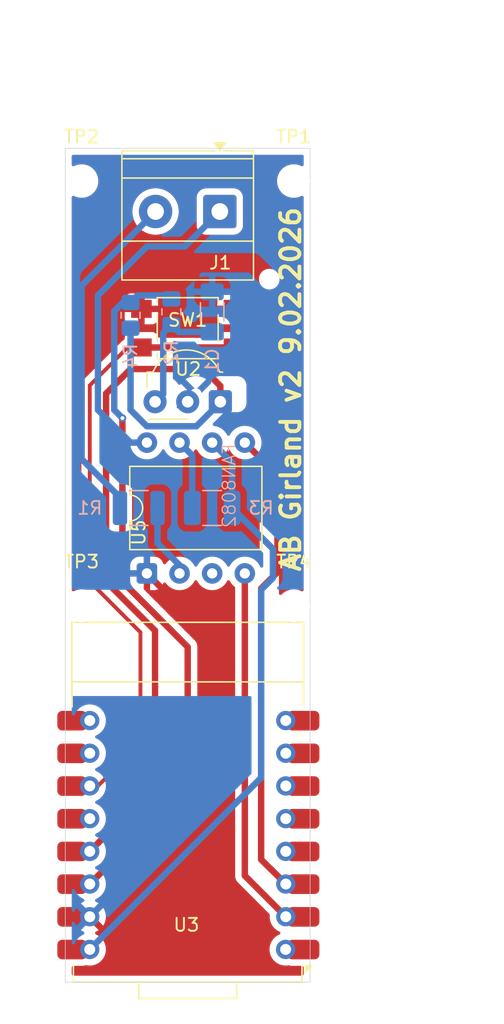
<source format=kicad_pcb>
(kicad_pcb (version 20241229) (generator "pcbnew") (generator_version "9.0")
  (layers (0 "F.Cu" signal) (2 "B.Cu" signal) (13 "F.Paste" user) (15 "B.Paste" user) (5 "F.SilkS" user "F.Silkscreen") (7 "B.SilkS" user "B.Silkscreen") (1 "F.Mask" user) (3 "B.Mask" user) (25 "Edge.Cuts" user))
  (net 0 "")
  (net 1 "+5V")
  (net 2 "GND")
  (net 3 "Net-(U5-Vo1)")
  (net 4 "Net-(J1-Pin_1)")
  (net 5 "Net-(U3-VCC_3V)")
  (net 8 "Net-(U2-Vs)")
  (net 14 "Net-(U3-GPIO6)")
  (net 15 "Net-(U3-GPIO7)")
  (net 17 "Net-(J1-Pin_2)")
  (net 19 "Net-(U3-GPIO2{slash}A2)")
  (net 21 "Net-(U2-OUT)")
  (net 22 "Net-(U5-PVcc)")
  (footprint "MountingHole:MountingHole_2.5mm" (layer "F.Cu") (at 100.711 78.8924)
    (property "Reference" "TP3" (at 0 -3.45 0) (layer "F.SilkS"))
    (property "Value" "~")
    (pad "" np_thru_hole circle (at 0 0) (size 2.5 2.5) (drill 2.5) (layers "*.Cu" "*.Mask"))
  )
  (footprint "MountingHole:MountingHole_2.5mm" (layer "F.Cu") (at 117.221 45.8724)
    (property "Reference" "TP1" (at 0 -3.45 0) (layer "F.SilkS"))
    (property "Value" "~")
    (pad "" np_thru_hole circle (at 0 0) (size 2.5 2.5) (drill 2.5) (layers "*.Cu" "*.Mask"))
  )
  (footprint "Package_DIP:DIP-8_W10.16mm" (layer "F.Cu") (at 105.791 76.3524 90)
    (property "Reference" "U5" (at 3.175 -0.635 90) (layer "F.SilkS"))
    (property "Value" "FAN8082")
    (fp_line (start 8.315 -1.33) (end 6.08 -1.33) (stroke (width 0.12)) (layer "F.SilkS"))
    (fp_line (start 4.08 -1.33) (end 1.845 -1.33) (stroke (width 0.12)) (layer "F.SilkS"))
    (fp_line (start 1.845 -1.33) (end 1.845 8.95) (stroke (width 0.12)) (layer "F.SilkS"))
    (fp_line (start 8.315 8.95) (end 8.315 -1.33) (stroke (width 0.12)) (layer "F.SilkS"))
    (fp_line (start 1.845 8.95) (end 8.315 8.95) (stroke (width 0.12)) (layer "F.SilkS"))
    (fp_arc (start 6.08 -1.33) (mid 5.08 -0.33) (end 4.08 -1.33) (stroke (width 0.12)) (layer "F.SilkS"))
    (pad "1" thru_hole roundrect (at 0 0 90) (size 1.6 1.6) (drill 0.8) (layers "*.Cu" "*.Mask") (roundrect_rratio 0.15625) (net 2 "GND"))
    (pad "2" thru_hole circle (at 0 2.54 90) (size 1.6 1.6) (drill 0.8) (layers "*.Cu" "*.Mask") (net 3 "Net-(U5-Vo1)"))
    (pad "3" thru_hole circle (at 0 5.079999 90) (size 1.6 1.6) (drill 0.8) (layers "*.Cu" "*.Mask"))
    (pad "4" thru_hole circle (at 0 7.62 90) (size 1.6 1.6) (drill 0.8) (layers "*.Cu" "*.Mask") (net 14 "Net-(U3-GPIO6)"))
    (pad "5" thru_hole circle (at 10.16 7.62 90) (size 1.6 1.6) (drill 0.8) (layers "*.Cu" "*.Mask") (net 15 "Net-(U3-GPIO7)"))
    (pad "6" thru_hole circle (at 10.159999 5.08 90) (size 1.6 1.6) (drill 0.8) (layers "*.Cu" "*.Mask") (net 1 "+5V"))
    (pad "7" thru_hole circle (at 10.16 2.54 90) (size 1.6 1.6) (drill 0.8) (layers "*.Cu" "*.Mask") (net 22 "Net-(U5-PVcc)"))
    (pad "8" thru_hole circle (at 10.16 0 90) (size 1.6 1.6) (drill 0.8) (layers "*.Cu" "*.Mask") (net 4 "Net-(J1-Pin_1)"))
  )
  (footprint "Button_Switch_SMD:SW_SPST_TL3305A" (layer "F.Cu") (at 108.966 57.3024 180)
    (property "Reference" "SW1" (at 0 0.635 0) (layer "F.SilkS"))
    (property "Value" "SW_Push" (hide yes))
    (fp_line (start 2.37 2.37) (end 2.37 1.969999) (stroke (width 0.12)) (layer "F.SilkS"))
    (fp_line (start 2.37 1.03) (end 2.37 -1.03) (stroke (width 0.12)) (layer "F.SilkS"))
    (fp_line (start 2.37 -2.37) (end 2.37 -1.969999) (stroke (width 0.12)) (layer "F.SilkS"))
    (fp_line (start -2.37 2.37) (end 2.37 2.37) (stroke (width 0.12)) (layer "F.SilkS"))
    (fp_line (start -2.37 2.37) (end -2.37 1.969999) (stroke (width 0.12)) (layer "F.SilkS"))
    (fp_line (start -2.37 1.03) (end -2.37 -1.03) (stroke (width 0.12)) (layer "F.SilkS"))
    (fp_line (start -2.37 -2.37) (end 2.37 -2.37) (stroke (width 0.12)) (layer "F.SilkS"))
    (fp_line (start -2.37 -2.37) (end -2.37 -1.969999) (stroke (width 0.12)) (layer "F.SilkS"))
    (pad "1" smd rect (at -3.6 -1.5 180) (size 1.6 1.4) (layers "F.Cu" "F.Mask" "F.Paste") (net 19 "Net-(U3-GPIO2{slash}A2)"))
    (pad "1" smd rect (at 3.6 -1.5 180) (size 1.6 1.4) (layers "F.Cu" "F.Mask" "F.Paste") (net 19 "Net-(U3-GPIO2{slash}A2)"))
    (pad "2" smd rect (at -3.6 1.5) (size 1.6 1.4) (layers "F.Cu" "F.Mask" "F.Paste") (net 2 "GND"))
    (pad "2" smd rect (at 3.6 1.5 180) (size 1.6 1.4) (layers "F.Cu" "F.Mask" "F.Paste") (net 2 "GND"))
  )
  (footprint "TerminalBlock_Phoenix:TerminalBlock_Phoenix_MKDS-1,5-2_1x02_P5.00mm_Horizontal" (layer "F.Cu") (at 111.466 48.2399 180)
    (property "Reference" "J1" (at -0.04 -3.9825 0) (layer "F.SilkS"))
    (property "Value" "Screw_Terminal_01x02" (hide yes))
    (fp_line (start 7.62 4.72) (end 0.3 4.72) (stroke (width 0.12)) (layer "F.SilkS"))
    (fp_line (start 7.62 -5.32) (end 7.62 4.72) (stroke (width 0.12)) (layer "F.SilkS"))
    (fp_line (start -0.3 4.72) (end -2.62 4.72) (stroke (width 0.12)) (layer "F.SilkS"))
    (fp_line (start -2.62 4.72) (end -2.62 -5.32) (stroke (width 0.12)) (layer "F.SilkS"))
    (fp_line (start -2.62 4.1) (end 7.62 4.1) (stroke (width 0.12)) (layer "F.SilkS"))
    (fp_line (start -2.62 2.6) (end 7.62 2.6) (stroke (width 0.12)) (layer "F.SilkS"))
    (fp_line (start -2.62 -2.3) (end 7.62 -2.3) (stroke (width 0.12)) (layer "F.SilkS"))
    (fp_line (start -2.62 -5.32) (end 7.62 -5.32) (stroke (width 0.12)) (layer "F.SilkS"))
    (fp_poly (pts (xy 0 4.72) (xy 0.44 5.33) (xy -0.44 5.33)) (stroke (width 0.12)) (fill yes) (layer "F.SilkS"))
    (pad "1" thru_hole roundrect (at 0 0 180) (size 2.6 2.6) (drill 1.3) (layers "*.Cu" "*.Mask") (roundrect_rratio 0.096154) (net 4 "Net-(J1-Pin_1)"))
    (pad "2" thru_hole circle (at 5 0 180) (size 2.6 2.6) (drill 1.3) (layers "*.Cu" "*.Mask") (net 17 "Net-(J1-Pin_2)"))
  )
  (footprint "WIFI_Module:ESP32-C3_Pro_mini_pin" (layer "F.Cu") (at 108.966 96.6724 180)
    (property "Reference" "U3" (at 0.1 -6.985 0) (layer "F.SilkS"))
    (property "Value" "ESP32-C3 Pro Mini")
    (fp_line (start 9.017 16.52) (end -9.017 16.52) (stroke (width 0.12)) (layer "F.SilkS"))
    (fp_line (start 9.017 16.494) (end 9.017 10.684) (stroke (width 0.12)) (layer "F.SilkS"))
    (fp_line (start 9 11.9) (end 9 9.95) (stroke (width 0.12)) (layer "F.SilkS"))
    (fp_line (start 8.89 -11.43) (end 8.89 -10.16) (stroke (width 0.12)) (layer "F.SilkS"))
    (fp_line (start 3.81 -12.7) (end 3.81 -11.43) (stroke (width 0.12)) (layer "F.SilkS"))
    (fp_line (start -3.81 -11.43) (end -3.81 -12.7) (stroke (width 0.12)) (layer "F.SilkS"))
    (fp_line (start -3.81 -12.7) (end 3.81 -12.7) (stroke (width 0.12)) (layer "F.SilkS"))
    (fp_line (start -8.89 -11.43) (end 8.89 -11.43) (stroke (width 0.12)) (layer "F.SilkS"))
    (fp_line (start -8.89 -11.43) (end -8.89 -10.16) (stroke (width 0.12)) (layer "F.SilkS"))
    (fp_line (start -9 11.89) (end 9 11.9) (stroke (width 0.12)) (layer "F.SilkS"))
    (fp_line (start -9 10.1) (end -9 11.89) (stroke (width 0.12)) (layer "F.SilkS"))
    (fp_line (start -9.017 16.52) (end -9.017 10.02) (stroke (width 0.12)) (layer "F.SilkS"))
    (fp_poly (pts (xy -9.152 -10.16) (xy -9.652 -10.16) (xy -9.152 -10.66) (xy -9.152 -10.16)) (stroke (width 0.12)) (fill yes) (layer "F.SilkS"))
    (pad "0" thru_hole circle (at 7.62 8.89 180) (size 1.5 1.5) (drill 0.85) (layers "*.Cu" "*.Mask" "Eco1.User" "Eco2.User"))
    (pad "0" smd roundrect (at 9 8.88 180) (size 2.286 1.524) (layers "F.Cu" "F.Mask" "F.Paste"))
    (pad "1" thru_hole circle (at 7.62 6.35 180) (size 1.5 1.5) (drill 0.85) (layers "*.Cu" "*.Mask" "Eco1.User" "Eco2.User"))
    (pad "1" smd roundrect (at 9 6.34 180) (size 2.286 1.524) (layers "F.Cu" "F.Mask" "F.Paste"))
    (pad "2" thru_hole circle (at 7.62 3.81 180) (size 1.5 1.5) (drill 0.85) (layers "*.Cu" "*.Mask" "Eco1.User" "Eco2.User") (net 19 "Net-(U3-GPIO2{slash}A2)"))
    (pad "2" smd roundrect (at 9 3.8 180) (size 2.286 1.524) (layers "F.Cu" "F.Mask" "F.Paste") (net 19 "Net-(U3-GPIO2{slash}A2)"))
    (pad "3" thru_hole circle (at 7.62 1.27 180) (size 1.5 1.5) (drill 0.85) (layers "*.Cu" "*.Mask" "Eco1.User" "Eco2.User"))
    (pad "3" smd roundrect (at 9 1.26 180) (size 2.286 1.524) (layers "F.Cu" "F.Mask" "F.Paste"))
    (pad "4" thru_hole circle (at 7.62 -1.27 180) (size 1.5 1.5) (drill 0.85) (layers "*.Cu" "*.Mask" "Eco1.User" "Eco2.User") (net 21 "Net-(U2-OUT)"))
    (pad "4" smd roundrect (at 9 -1.28 180) (size 2.286 1.524) (layers "F.Cu" "F.Mask" "F.Paste") (net 21 "Net-(U2-OUT)"))
    (pad "5" smd roundrect (at -9 -8.9 180) (size 2.5 1.524) (layers "F.Cu" "F.Mask" "F.Paste"))
    (pad "5" thru_hole circle (at -7.62 -8.89 180) (size 1.5 1.5) (drill 0.85) (layers "*.Cu" "*.Mask" "Eco1.User" "Eco2.User"))
    (pad "6" smd roundrect (at -9 -6.36 180) (size 2.5 1.524) (layers "F.Cu" "F.Mask" "F.Paste") (net 14 "Net-(U3-GPIO6)"))
    (pad "6" thru_hole circle (at -7.634 -6.35 180) (size 1.5 1.5) (drill 0.85) (layers "*.Cu" "*.Mask" "Eco1.User" "Eco2.User") (net 14 "Net-(U3-GPIO6)"))
    (pad "7" smd roundrect (at -9 -3.82 180) (size 2.5 1.524) (layers "F.Cu" "F.Mask" "F.Paste") (net 15 "Net-(U3-GPIO7)"))
    (pad "7" thru_hole circle (at -7.634 -3.81 180) (size 1.5 1.5) (drill 0.85) (layers "*.Cu" "*.Mask" "Eco1.User" "Eco2.User") (net 15 "Net-(U3-GPIO7)"))
    (pad "8" smd roundrect (at -9 -1.28 180) (size 2.5 1.524) (layers "F.Cu" "F.Mask" "F.Paste"))
    (pad "8" thru_hole circle (at -7.634 -1.27 180) (size 1.5 1.5) (drill 0.85) (layers "*.Cu" "*.Mask" "Eco1.User" "Eco2.User"))
    (pad "9" smd roundrect (at -9 1.26 180) (size 2.5 1.524) (layers "F.Cu" "F.Mask" "F.Paste"))
    (pad "9" thru_hole circle (at -7.634 1.27 180) (size 1.5 1.5) (drill 0.85) (layers "*.Cu" "*.Mask" "Eco1.User" "Eco2.User"))
    (pad "10" smd roundrect (at -9 3.8 180) (size 2.5 1.524) (layers "F.Cu" "F.Mask" "F.Paste"))
    (pad "10" thru_hole circle (at -7.634 3.81 180) (size 1.5 1.5) (drill 0.85) (layers "*.Cu" "*.Mask" "Eco1.User" "Eco2.User"))
    (pad "20" smd roundrect (at -9 6.34 180) (size 2.5 1.524) (layers "F.Cu" "F.Mask" "F.Paste"))
    (pad "20" thru_hole circle (at -7.634 6.35 180) (size 1.5 1.5) (drill 0.85) (layers "*.Cu" "*.Mask" "Eco1.User" "Eco2.User"))
    (pad "21" smd roundrect (at -9 8.88 180) (size 2.5 1.524) (layers "F.Cu" "F.Mask" "F.Paste"))
    (pad "21" thru_hole circle (at -7.634 8.89 180) (size 1.5 1.5) (drill 0.85) (layers "*.Cu" "*.Mask" "Eco1.User" "Eco2.User"))
    (pad "P3" thru_hole circle (at 7.62 -3.81 180) (size 1.5 1.5) (drill 0.85) (layers "*.Cu" "*.Mask" "Eco1.User" "Eco2.User") (net 5 "Net-(U3-VCC_3V)"))
    (pad "P3" smd roundrect (at 9 -3.82 180) (size 2.286 1.524) (layers "F.Cu" "F.Mask" "F.Paste") (net 5 "Net-(U3-VCC_3V)"))
    (pad "P5" thru_hole circle (at 7.62 -8.89 180) (size 1.5 1.5) (drill 0.85) (layers "*.Cu" "*.Mask" "Eco1.User" "Eco2.User") (net 1 "+5V"))
    (pad "P5" smd roundrect (at 9 -8.9 180) (size 2.286 1.524) (layers "F.Cu" "F.Mask" "F.Paste") (net 1 "+5V"))
    (pad "PG" thru_hole circle (at 7.62 -6.35 180) (size 1.5 1.5) (drill 0.85) (layers "*.Cu" "*.Mask" "Eco1.User" "Eco2.User") (net 2 "GND"))
    (pad "PG" smd roundrect (at 9 -6.36 180) (size 2.286 1.524) (layers "F.Cu" "F.Mask" "F.Paste") (net 2 "GND"))
  )
  (footprint "MountingHole:MountingHole_2.5mm" (layer "F.Cu") (at 100.711 45.8724)
    (property "Reference" "TP2" (at 0 -3.45 0) (layer "F.SilkS"))
    (property "Value" "~")
    (pad "" np_thru_hole circle (at 0 0) (size 2.5 2.5) (drill 2.5) (layers "*.Cu" "*.Mask"))
  )
  (footprint "MountingHole:MountingHole_2.5mm" (layer "F.Cu") (at 117.221 78.8924)
    (property "Reference" "TP4" (at 0 -3.45 0) (layer "F.SilkS"))
    (property "Value" "~")
    (pad "" np_thru_hole circle (at 0 0) (size 2.5 2.5) (drill 2.5) (layers "*.Cu" "*.Mask"))
  )
  (footprint "OptoDevice:Vishay_MOLD-3Pin" (layer "F.Cu") (at 111.506 63.0174 180)
    (property "Reference" "U2" (at 2.5 2.54 0) (layer "F.SilkS"))
    (property "Value" "VS1838B")
    (fp_line (start 5.7 2.3) (end 5.7 1.1) (stroke (width 0.12)) (layer "F.SilkS"))
    (fp_line (start 5.7 2.3) (end 5.24 2.3) (stroke (width 0.12)) (layer "F.SilkS"))
    (fp_line (start 5.62 -1.36) (end 2.54 -1.36) (stroke (width 0.12)) (layer "F.SilkS"))
    (fp_line (start 0.04 2.3) (end -0.18 2.3) (stroke (width 0.12)) (layer "F.SilkS"))
    (fp_arc (start 5.24 2.3) (mid 2.64 4.023119) (end 0.04 2.3) (stroke (width 0.12)) (layer "F.SilkS"))
    (pad "1" thru_hole roundrect (at 0 0 180) (size 1.8 1.8) (drill 0.9) (layers "*.Cu" "*.Mask") (roundrect_rratio 0.138) (net 21 "Net-(U2-OUT)"))
    (pad "2" thru_hole circle (at 2.54 0 180) (size 1.8 1.8) (drill 0.9) (layers "*.Cu" "*.Mask") (net 2 "GND"))
    (pad "3" thru_hole circle (at 5.079999 0 180) (size 1.8 1.8) (drill 0.9) (layers "*.Cu" "*.Mask") (net 8 "Net-(U2-Vs)"))
  )
  (footprint "Resistor_SMD:R_0805_2012Metric_Pad1.20x1.40mm_HandSolder" (layer "B.Cu") (at 107.696 56.0324 -90)
    (property "Reference" "R2" (at 3.175 0 90) (layer "B.SilkS") (effects (justify mirror)))
    (property "Value" "100")
    (fp_line (start -0.227064 0.735) (end 0.227064 0.735) (stroke (width 0.12)) (layer "B.SilkS"))
    (fp_line (start -0.227064 -0.735) (end 0.227064 -0.735) (stroke (width 0.12)) (layer "B.SilkS"))
    (pad "1" smd roundrect (at -1 0 270) (size 1.2 1.4) (layers "B.Cu" "B.Mask" "B.Paste") (roundrect_rratio 0.208333) (net 5 "Net-(U3-VCC_3V)"))
    (pad "2" smd roundrect (at 1 0 270) (size 1.2 1.4) (layers "B.Cu" "B.Mask" "B.Paste") (roundrect_rratio 0.208333) (net 8 "Net-(U2-Vs)"))
  )
  (footprint "Resistor_SMD:R_1210_3225Metric" (layer "B.Cu") (at 105.156 71.2724)
    (property "Reference" "R1" (at -3.81 0 0) (layer "B.SilkS") (effects (justify mirror)))
    (property "Value" "2R")
    (fp_line (start -0.723737 -1.355) (end 0.723737 -1.355) (stroke (width 0.12)) (layer "B.SilkS"))
    (fp_line (start -0.723737 1.355) (end 0.723737 1.355) (stroke (width 0.12)) (layer "B.SilkS"))
    (pad "1" smd roundrect (at -1.4625 0) (size 1.125 2.65) (layers "B.Cu" "B.Mask" "B.Paste") (roundrect_rratio 0.222222) (net 17 "Net-(J1-Pin_2)"))
    (pad "2" smd roundrect (at 1.4625 0) (size 1.125 2.65) (layers "B.Cu" "B.Mask" "B.Paste") (roundrect_rratio 0.222222) (net 3 "Net-(U5-Vo1)"))
  )
  (footprint "Resistor_SMD:R_1210_3225Metric_Pad1.30x2.65mm_HandSolder" (layer "B.Cu") (at 110.871 71.2724)
    (property "Reference" "R3" (at 3.81 0 0) (layer "B.SilkS") (effects (justify mirror)))
    (property "Value" "100")
    (fp_line (start -0.723737 -1.355) (end 0.723737 -1.355) (stroke (width 0.12)) (layer "B.SilkS"))
    (fp_line (start -0.723737 1.355) (end 0.723737 1.355) (stroke (width 0.12)) (layer "B.SilkS"))
    (pad "1" smd roundrect (at -1.550001 0) (size 1.3 2.65) (layers "B.Cu" "B.Mask" "B.Paste") (roundrect_rratio 0.192308) (net 22 "Net-(U5-PVcc)"))
    (pad "2" smd roundrect (at 1.550001 0) (size 1.3 2.65) (layers "B.Cu" "B.Mask" "B.Paste") (roundrect_rratio 0.192308) (net 1 "+5V"))
  )
  (footprint "Capacitor_SMD:C_1206_3216Metric_Pad1.33x1.80mm_HandSolder" (layer "B.Cu") (at 110.871 56.0324 90)
    (property "Reference" "C1" (at -3.81 0 90) (layer "B.SilkS") (effects (justify mirror)))
    (property "Value" "100uF")
    (fp_line (start -0.711252 -0.91) (end 0.711252 -0.91) (stroke (width 0.12)) (layer "B.SilkS"))
    (fp_line (start -0.711252 0.91) (end 0.711252 0.91) (stroke (width 0.12)) (layer "B.SilkS"))
    (pad "1" smd roundrect (at -1.5625 0 90) (size 1.325 1.8) (layers "B.Cu" "B.Mask" "B.Paste") (roundrect_rratio 0.188679) (net 8 "Net-(U2-Vs)"))
    (pad "2" smd roundrect (at 1.5625 0 90) (size 1.325 1.8) (layers "B.Cu" "B.Mask" "B.Paste") (roundrect_rratio 0.188679) (net 2 "GND"))
  )
  (footprint "Resistor_SMD:R_0805_2012Metric_Pad1.20x1.40mm_HandSolder" (layer "B.Cu") (at 104.521 56.3024 90)
    (property "Reference" "R4" (at -3.175 0 90) (layer "B.SilkS") (effects (justify mirror)))
    (property "Value" "20K")
    (fp_line (start -0.227064 -0.735) (end 0.227064 -0.735) (stroke (width 0.12)) (layer "B.SilkS"))
    (fp_line (start -0.227064 0.735) (end 0.227064 0.735) (stroke (width 0.12)) (layer "B.SilkS"))
    (pad "1" smd roundrect (at -1 0 90) (size 1.2 1.4) (layers "B.Cu" "B.Mask" "B.Paste") (roundrect_rratio 0.208333) (net 21 "Net-(U2-OUT)"))
    (pad "2" smd roundrect (at 1 0 90) (size 1.2 1.4) (layers "B.Cu" "B.Mask" "B.Paste") (roundrect_rratio 0.208333) (net 5 "Net-(U3-VCC_3V)"))
  )
  (gr_rect (start 99.441 43.3324) (end 118.491 108.1024) (stroke (width 0.05)) (fill no) (layer "Edge.Cuts"))
  (gr_text "AB Girland v2 9.02.2026" (at 117.856 76.3524 90) (layer "F.SilkS") (effects (font (size 1.5 1.5) (thickness 0.3) (bold yes)) (justify left bottom)))
  (gr_text "FAN8082" (at 112.776 66.1924 90) (layer "B.SilkS") (effects (font (size 1 1) (thickness 0.1)) (justify left bottom mirror)))
  (segment (start 115.596001 74.4474) (end 112.421001 71.2724) (width 0.5) (layer "B.Cu") (net 1))
  (segment (start 115.596001 76.707399) (end 115.596001 74.4474) (width 0.5) (layer "B.Cu") (net 1))
  (segment (start 112.421001 67.742401) (end 110.871001 66.192401) (width 0.5) (layer "B.Cu") (net 1))
  (segment (start 112.421001 71.2724) (end 112.421001 67.742401) (width 0.5) (layer "B.Cu") (net 1))
  (segment (start 114.681 77.6224) (end 115.596001 76.707399) (width 0.5) (layer "B.Cu") (net 1))
  (segment (start 101.346 105.5624) (end 114.681 92.2274) (width 0.5) (layer "B.Cu") (net 1))
  (segment (start 110.871001 66.192401) (end 110.871 66.192401) (width 0.5) (layer "B.Cu") (net 1))
  (segment (start 114.681 92.2274) (end 114.681 77.6224) (width 0.5) (layer "B.Cu") (net 1))
  (segment (start 110.236 94.1324) (end 110.236 80.7974) (width 0.5) (layer "F.Cu") (net 2))
  (segment (start 112.566 55.8024) (end 105.366 55.8024) (width 0.5) (layer "F.Cu") (net 2))
  (segment (start 110.236 80.7974) (end 105.791 76.3524) (width 0.5) (layer "F.Cu") (net 2))
  (segment (start 101.346 103.0224) (end 110.236 94.1324) (width 0.5) (layer "F.Cu") (net 2))
  (segment (start 101.346 103.0224) (end 99.966 103.0224) (width 0.5) (layer "F.Cu") (net 2))
  (segment (start 108.331 75.7174) (end 108.331 76.3524) (width 0.5) (layer "B.Cu") (net 3))
  (segment (start 106.6185 74.0049) (end 108.331 75.7174) (width 0.5) (layer "B.Cu") (net 3))
  (segment (start 106.6185 71.2724) (end 106.6185 74.0049) (width 0.5) (layer "B.Cu") (net 3))
  (segment (start 101.981 54.7624) (end 105.791 50.9524) (width 0.5) (layer "B.Cu") (net 4))
  (segment (start 105.791 50.9524) (end 108.7535 50.9524) (width 0.5) (layer "B.Cu") (net 4))
  (segment (start 104.521 66.1924) (end 101.981 63.6524) (width 0.5) (layer "B.Cu") (net 4))
  (segment (start 101.981 63.6524) (end 101.981 54.7624) (width 0.5) (layer "B.Cu") (net 4))
  (segment (start 105.791 66.1924) (end 104.521 66.1924) (width 0.5) (layer "B.Cu") (net 4))
  (segment (start 108.7535 50.9524) (end 111.466 48.2399) (width 0.5) (layer "B.Cu") (net 4))
  (segment (start 99.976 100.4824) (end 101.346 100.4824) (width 0.3) (layer "F.Cu") (net 5))
  (segment (start 108.966 92.8624) (end 108.966 82.0674) (width 0.5) (layer "F.Cu") (net 5))
  (segment (start 101.346 100.4824) (end 108.966 92.8624) (width 0.5) (layer "F.Cu") (net 5))
  (segment (start 103.886 76.9874) (end 103.886 64.2874) (width 0.5) (layer "F.Cu") (net 5))
  (segment (start 108.966 82.0674) (end 103.886 76.9874) (width 0.5) (layer "F.Cu") (net 5))
  (segment (start 99.966 100.4924) (end 99.976 100.4824) (width 0.3) (layer "F.Cu") (net 5))
  (via (at 103.886 64.2874) (size 0.6) (drill 0.3) (layers "F.Cu" "B.Cu") (net 5))
  (segment (start 103.251 55.9849) (end 103.9335 55.3024) (width 0.5) (layer "B.Cu") (net 5))
  (segment (start 103.251 63.6524) (end 103.251 55.9849) (width 0.5) (layer "B.Cu") (net 5))
  (segment (start 103.9335 55.3024) (end 104.521 55.3024) (width 0.5) (layer "B.Cu") (net 5))
  (segment (start 104.521 55.3024) (end 105.061 54.7624) (width 0.5) (layer "B.Cu") (net 5))
  (segment (start 103.886 64.2874) (end 103.251 63.6524) (width 0.5) (layer "B.Cu") (net 5))
  (segment (start 107.426 54.7624) (end 107.696 55.0324) (width 0.5) (layer "B.Cu") (net 5))
  (segment (start 105.061 54.7624) (end 107.426 54.7624) (width 0.5) (layer "B.Cu") (net 5))
  (segment (start 107.696 57.0324) (end 108.2585 57.5949) (width 0.5) (layer "B.Cu") (net 8))
  (segment (start 106.470999 63.0174) (end 106.426001 63.0174) (width 0.5) (layer "B.Cu") (net 8))
  (segment (start 108.2585 57.5949) (end 110.871 57.5949) (width 0.5) (layer "B.Cu") (net 8))
  (segment (start 107.061 57.6674) (end 107.061 62.427399) (width 0.5) (layer "B.Cu") (net 8))
  (segment (start 107.061 62.427399) (end 106.470999 63.0174) (width 0.5) (layer "B.Cu") (net 8))
  (segment (start 107.696 57.0324) (end 107.061 57.6674) (width 0.5) (layer "B.Cu") (net 8))
  (segment (start 113.411 99.8334) (end 113.411 76.3524) (width 0.5) (layer "F.Cu") (net 14))
  (segment (start 116.6 103.0224) (end 113.411 99.8334) (width 0.5) (layer "F.Cu") (net 14))
  (segment (start 115.951 68.7324) (end 113.411 66.1924) (width 0.5) (layer "F.Cu") (net 15))
  (segment (start 115.951 76.256047) (end 115.951 68.7324) (width 0.5) (layer "F.Cu") (net 15))
  (segment (start 115.399 99.2814) (end 115.385 99.2814) (width 0.5) (layer "F.Cu") (net 15))
  (segment (start 116.6 100.4824) (end 115.399 99.2814) (width 0.5) (layer "F.Cu") (net 15))
  (segment (start 114.681 98.5774) (end 114.681 77.526047) (width 0.5) (layer "F.Cu") (net 15))
  (segment (start 115.385 99.2814) (end 114.681 98.5774) (width 0.5) (layer "F.Cu") (net 15))
  (segment (start 114.681 77.526047) (end 115.951 76.256047) (width 0.5) (layer "F.Cu") (net 15))
  (segment (start 106.466 48.2399) (end 106.807 48.5809) (width 0.8) (layer "F.Cu") (net 17))
  (segment (start 100.711 67.4624) (end 100.711 53.9949) (width 0.5) (layer "B.Cu") (net 17))
  (segment (start 100.711 53.9949) (end 106.466 48.2399) (width 0.5) (layer "B.Cu") (net 17))
  (segment (start 103.6935 71.2724) (end 103.6935 70.4449) (width 0.5) (layer "B.Cu") (net 17))
  (segment (start 103.6935 70.4449) (end 100.711 67.4624) (width 0.5) (layer "B.Cu") (net 17))
  (segment (start 101.346 61.7474) (end 104.291 58.8024) (width 0.3) (layer "F.Cu") (net 19))
  (segment (start 101.981 92.8624) (end 105.29 89.5534) (width 0.3) (layer "F.Cu") (net 19))
  (segment (start 104.291 58.8024) (end 105.366 58.8024) (width 0.3) (layer "F.Cu") (net 19))
  (segment (start 101.346 92.8624) (end 100.316 92.8624) (width 0.3) (layer "F.Cu") (net 19))
  (segment (start 105.29 80.9314) (end 101.346 76.9874) (width 0.3) (layer "F.Cu") (net 19))
  (segment (start 105.29 89.5534) (end 105.29 80.9314) (width 0.3) (layer "F.Cu") (net 19))
  (segment (start 101.346 76.9874) (end 101.346 61.7474) (width 0.3) (layer "F.Cu") (net 19))
  (segment (start 112.566 58.8024) (end 105.366 58.8024) (width 0.5) (layer "F.Cu") (net 19))
  (segment (start 101.346 92.8624) (end 101.981 92.8624) (width 0.3) (layer "F.Cu") (net 19))
  (segment (start 101.346 97.9424) (end 106.426 92.8624) (width 0.5) (layer "F.Cu") (net 21))
  (segment (start 104.521 60.4774) (end 110.191 60.4774) (width 0.5) (layer "F.Cu") (net 21))
  (segment (start 106.426 80.7974) (end 102.616 76.9874) (width 0.5) (layer "F.Cu") (net 21))
  (segment (start 102.616 76.9874) (end 102.616 62.3824) (width 0.5) (layer "F.Cu") (net 21))
  (segment (start 106.426 92.8624) (end 106.426 80.7974) (width 0.5) (layer "F.Cu") (net 21))
  (segment (start 102.616 62.3824) (end 104.521 60.4774) (width 0.5) (layer "F.Cu") (net 21))
  (segment (start 110.191 60.4774) (end 111.506 61.7924) (width 0.5) (layer "F.Cu") (net 21))
  (segment (start 111.506 61.7924) (end 111.506 63.0174) (width 0.5) (layer "F.Cu") (net 21))
  (segment (start 109.646 64.9224) (end 111.506 63.0624) (width 0.5) (layer "B.Cu") (net 21))
  (segment (start 104.521 57.3024) (end 104.521 63.6524) (width 0.5) (layer "B.Cu") (net 21))
  (segment (start 105.791 64.9224) (end 109.646 64.9224) (width 0.5) (layer "B.Cu") (net 21))
  (segment (start 104.521 63.6524) (end 105.791 64.9224) (width 0.5) (layer "B.Cu") (net 21))
  (segment (start 111.506 63.0624) (end 111.506 63.0174) (width 0.5) (layer "B.Cu") (net 21))
  (segment (start 109.320999 67.182399) (end 108.331 66.1924) (width 0.5) (layer "B.Cu") (net 22))
  (segment (start 109.320999 71.2724) (end 109.320999 67.182399) (width 0.5) (layer "B.Cu") (net 22))
  (zone (net 2) (net_name "GND") (layer "F.Cu") (connect_pads (clearance 0.5)) (min_thickness 0.25) (fill yes (thermal_gap 0.5) (thermal_bridge_width 0.5))
    (polygon (pts (xy 94.361 42.0624) (xy 124.206 42.0624) (xy 124.206 109.3724) (xy 94.361 109.3724)))
  )
  (zone (net 2) (net_name "GND") (layer "B.Cu") (priority 1) (connect_pads (clearance 0.5)) (min_thickness 0.25) (fill yes (thermal_gap 0.5) (thermal_bridge_width 0.5))
    (polygon (pts (xy 123.571 42.0624) (xy 94.361 42.0624) (xy 94.361 110.0074) (xy 123.571 110.0074)))
  )
  (zone (net 0) (net_name "") (layer "B.Cu") (connect_pads (clearance 0)) (min_thickness 0.25)
    (keepout (tracks allowed) (vias allowed) (pads allowed) (copperpour not_allowed) (footprints allowed))
    (fill (thermal_gap 0.5) (thermal_bridge_width 0.5) (island_removal_mode 1) (island_area_min 10))
    (polygon (pts (xy 98.806 77.6224) (xy 119.126 77.6224) (xy 119.126 85.8774) (xy 98.806 85.8774)))
  )
)
</source>
